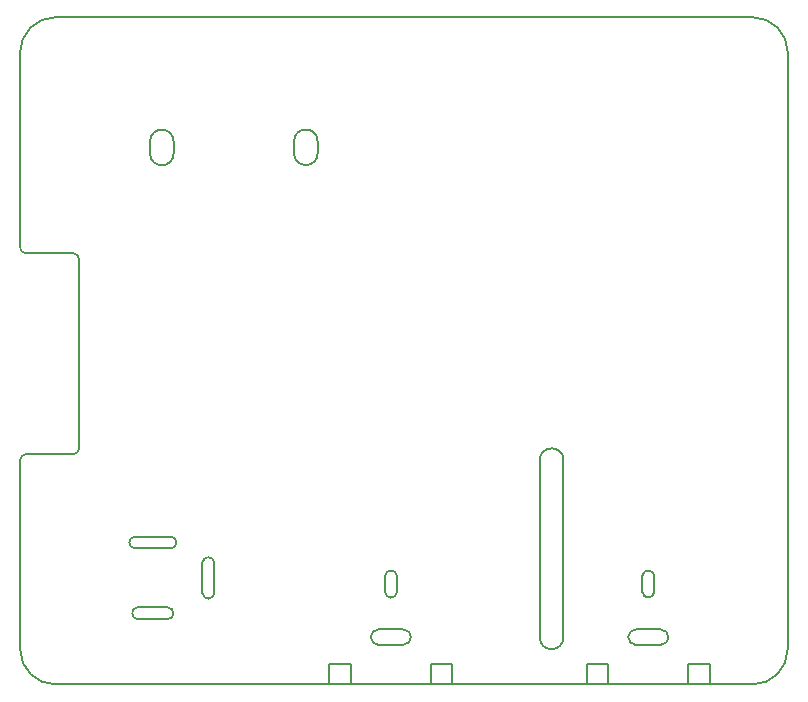
<source format=gbr>
G04 DipTrace 2.4.0.2*
%INBoardOutline.gbr*%
%MOIN*%
%ADD11C,0.0055*%
%FSLAX44Y44*%
G04*
G70*
G90*
G75*
G01*
%LNBoardOutline*%
%LPD*%
X5118Y3937D2*
D11*
X14248D1*
Y4610D1*
X14961D1*
Y3937D1*
X17634D1*
Y4610D1*
X18346D1*
Y3937D1*
X22831D1*
Y4610D1*
X23543D1*
Y3937D1*
X26217D1*
Y4610D1*
X26929D1*
Y3937D1*
X28347D1*
G03X29528Y5118I0J1181D01*
G01*
Y25000D1*
G03X28347Y26181I-1181J0D01*
G01*
X5118D1*
G03X3937Y25000I0J-1181D01*
G01*
Y18504D1*
G03X4134Y18307I195J-1D01*
G01*
X5709D1*
G02X5906Y18110I0J-197D01*
G01*
Y11811D1*
G02X5709Y11614I-197J0D01*
G01*
X4134D1*
G03X3937Y11417I0J-197D01*
G01*
Y5118D1*
G03X5118Y3937I1181J0D01*
G01*
X21261Y11414D2*
G02X22048Y11414I394J0D01*
G01*
X21261D2*
Y5508D1*
X22048Y11414D2*
Y5508D1*
X21260D2*
G03X22047Y5508I394J0D01*
G01*
X17636Y4609D2*
X18344D1*
Y3939D1*
X17636D1*
Y4609D1*
X14250D2*
X14959D1*
Y3939D1*
X14250D1*
Y4609D1*
X16100Y7561D2*
G02X16494Y7561I197J-22D01*
G01*
Y7010D2*
G02X16100Y7029I-196J20D01*
G01*
Y7010D2*
Y7561D1*
X16494D2*
Y7010D1*
X15884Y5258D2*
G02X15884Y5769I-1J256D01*
G01*
X16711Y5258D2*
G03X16711Y5769I0J256D01*
G01*
X15884D1*
X15864Y5258D2*
X16711D1*
X26217Y4609D2*
X26926D1*
Y3939D1*
X26217D1*
Y4609D1*
X22831D2*
X23540D1*
Y3939D1*
X22831D1*
Y4609D1*
X24681Y7561D2*
G02X25075Y7561I197J-22D01*
G01*
Y7010D2*
G02X24681Y7029I-196J20D01*
G01*
Y7010D2*
Y7561D1*
X25075D2*
Y7010D1*
X24465Y5258D2*
G02X24465Y5769I-1J256D01*
G01*
X25292Y5258D2*
G03X25292Y5769I0J256D01*
G01*
X24465D1*
X24445Y5258D2*
X25292D1*
X7752Y8474D2*
G02X7752Y8868I21J197D01*
G01*
X8973Y8474D2*
G03X8973Y8868I-20J197D01*
G01*
X7752D1*
Y8474D2*
X8973D1*
X7870Y6112D2*
G02X7851Y6505I1J197D01*
G01*
X8855D2*
G02X8855Y6112I0J-197D01*
G01*
X7870D1*
Y6505D2*
X8855D1*
X10016Y6978D2*
G03X10410Y6978I197J19D01*
G01*
X10016D2*
Y8001D1*
G02X10410Y8001I197J-21D01*
G01*
Y6978D1*
X13857Y21647D2*
Y22040D1*
G03X13070Y22040I-394J0D01*
G01*
X13857Y21647D2*
G02X13070Y21647I-394J0D01*
G01*
Y22040D1*
X9054Y21641D2*
Y22034D1*
G03X8267Y22034I-394J0D01*
G01*
X9054Y21641D2*
G02X8267Y21641I-394J0D01*
G01*
Y22034D1*
M02*

</source>
